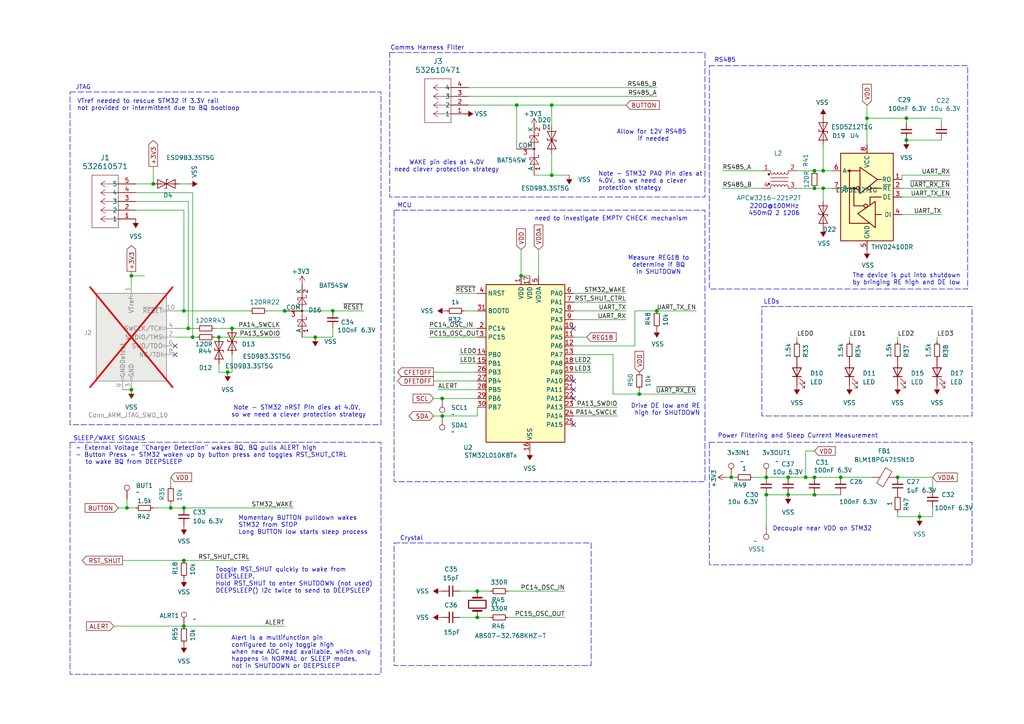
<source format=kicad_sch>
(kicad_sch (version 20231120) (generator "eeschema") (generator_version "8.0")
  (paper "A4")
  (title_block (title "Faraday Rescue BMS") (date "2025-01-18") (rev "2.0"))
  (junction (at 82.55 90.17))
  (junction (at 149.86 30.48))
  (junction (at 266.7 149.86))
  (junction (at 53.34 162.56))
  (junction (at 233.68 138.43))
  (junction (at 53.34 90.17))
  (junction (at 228.6 138.43))
  (junction (at 63.5 97.79))
  (junction (at 160.02 50.8))
  (junction (at 236.22 143.51))
  (junction (at 67.31 95.25))
  (junction (at 236.22 49.53))
  (junction (at 236.22 138.43))
  (junction (at 55.88 97.79))
  (junction (at 228.6 143.51))
  (junction (at 251.46 34.29))
  (junction (at 128.27 115.57))
  (junction (at 238.76 54.61))
  (junction (at 53.34 181.61))
  (junction (at 185.42 114.3))
  (junction (at 38.1 113.03))
  (junction (at 38.1 80.01))
  (junction (at 138.43 171.45))
  (junction (at 36.83 147.32))
  (junction (at 160.02 30.48))
  (junction (at 53.34 147.32))
  (junction (at 54.61 95.25))
  (junction (at 222.25 143.51))
  (junction (at 212.09 138.43))
  (junction (at 91.44 97.79))
  (junction (at 222.25 138.43))
  (junction (at 96.52 90.17))
  (junction (at 262.89 40.64))
  (junction (at 44.45 53.34))
  (junction (at 236.22 54.61))
  (junction (at 260.35 138.43))
  (junction (at 243.84 138.43))
  (junction (at 128.27 120.65))
  (junction (at 190.5 90.17))
  (junction (at 49.53 147.32))
  (junction (at 138.43 179.07))
  (junction (at 66.04 107.95))
  (junction (at 262.89 34.29))
  (junction (at 151.13 80.01))
  (junction (at 238.76 49.53))
  (no_connect (at 50.8 100.33))
  (no_connect (at 166.37 115.57))
  (no_connect (at 166.37 123.19))
  (no_connect (at 166.37 95.25))
  (no_connect (at 166.37 110.49))
  (no_connect (at 50.8 102.87))
  (no_connect (at 166.37 113.03))
  (wire (pts (xy 275.59 50.8) (xy 261.62 50.8)))
  (wire (pts (xy 49.53 140.97) (xy 49.53 138.43)))
  (wire (pts (xy 236.22 130.81) (xy 233.68 130.81)))
  (wire (pts (xy 67.31 95.25) (xy 81.28 95.25)))
  (wire (pts (xy 222.25 138.43) (xy 218.44 138.43)))
  (wire (pts (xy 49.53 147.32) (xy 53.34 147.32)))
  (wire (pts (xy 260.35 149.86) (xy 266.7 149.86)))
  (wire (pts (xy 238.76 54.61) (xy 238.76 58.42)))
  (wire (pts (xy 96.52 92.71) (xy 96.52 90.17)))
  (wire (pts (xy 238.76 49.53) (xy 241.3 49.53)))
  (wire (pts (xy 124.46 97.79) (xy 138.43 97.79)))
  (wire (pts (xy 35.56 113.03) (xy 38.1 113.03)))
  (wire (pts (xy 53.34 90.17) (xy 72.39 90.17)))
  (wire (pts (xy 251.46 34.29) (xy 262.89 34.29)))
  (wire (pts (xy 181.61 87.63) (xy 166.37 87.63)))
  (wire (pts (xy 62.23 95.25) (xy 67.31 95.25)))
  (wire (pts (xy 270.51 142.24) (xy 270.51 138.43)))
  (wire (pts (xy 149.86 30.48) (xy 160.02 30.48)))
  (wire (pts (xy 128.27 115.57) (xy 138.43 115.57)))
  (wire (pts (xy 151.13 80.01) (xy 153.67 80.01)))
  (wire (pts (xy 231.14 97.79) (xy 231.14 99.06)))
  (wire (pts (xy 135.89 25.4) (xy 190.5 25.4)))
  (wire (pts (xy 222.25 152.4) (xy 222.25 143.51)))
  (wire (pts (xy 134.62 33.02) (xy 135.89 33.02)))
  (wire (pts (xy 275.59 57.15) (xy 261.62 57.15)))
  (wire (pts (xy 228.6 143.51) (xy 236.22 143.51)))
  (wire (pts (xy 212.09 138.43) (xy 213.36 138.43)))
  (wire (pts (xy 57.15 95.25) (xy 54.61 95.25)))
  (wire (pts (xy 238.76 54.61) (xy 241.3 54.61)))
  (wire (pts (xy 44.45 53.34) (xy 39.37 53.34)))
  (wire (pts (xy 44.45 147.32) (xy 49.53 147.32)))
  (wire (pts (xy 271.78 97.79) (xy 271.78 99.06)))
  (wire (pts (xy 166.37 97.79) (xy 170.18 97.79)))
  (wire (pts (xy 177.8 114.3) (xy 185.42 114.3)))
  (wire (pts (xy 171.45 105.41) (xy 166.37 105.41)))
  (wire (pts (xy 270.51 149.86) (xy 270.51 147.32)))
  (wire (pts (xy 54.61 53.34) (xy 52.07 53.34)))
  (wire (pts (xy 236.22 143.51) (xy 243.84 143.51)))
  (wire (pts (xy 154.94 36.83) (xy 154.94 35.56)))
  (wire (pts (xy 44.45 48.26) (xy 44.45 53.34)))
  (wire (pts (xy 181.61 92.71) (xy 166.37 92.71)))
  (wire (pts (xy 209.55 49.53) (xy 220.98 49.53)))
  (wire (pts (xy 228.6 138.43) (xy 233.68 138.43)))
  (wire (pts (xy 184.15 90.17) (xy 184.15 100.33)))
  (wire (pts (xy 67.31 107.95) (xy 67.31 102.87)))
  (wire (pts (xy 236.22 49.53) (xy 238.76 49.53)))
  (wire (pts (xy 166.37 100.33) (xy 184.15 100.33)))
  (wire (pts (xy 181.61 90.17) (xy 166.37 90.17)))
  (wire (pts (xy 222.25 138.43) (xy 228.6 138.43)))
  (wire (pts (xy 124.46 95.25) (xy 138.43 95.25)))
  (wire (pts (xy 185.42 113.03) (xy 185.42 114.3)))
  (wire (pts (xy 151.13 72.39) (xy 151.13 80.01)))
  (wire (pts (xy 91.44 97.79) (xy 96.52 97.79)))
  (wire (pts (xy 222.25 143.51) (xy 228.6 143.51)))
  (wire (pts (xy 166.37 118.11) (xy 179.07 118.11)))
  (wire (pts (xy 184.15 90.17) (xy 190.5 90.17)))
  (wire (pts (xy 210.82 138.43) (xy 212.09 138.43)))
  (wire (pts (xy 156.21 72.39) (xy 156.21 80.01)))
  (wire (pts (xy 243.84 138.43) (xy 252.73 138.43)))
  (wire (pts (xy 135.89 30.48) (xy 149.86 30.48)))
  (wire (pts (xy 63.5 97.79) (xy 81.28 97.79)))
  (wire (pts (xy 236.22 138.43) (xy 233.68 138.43)))
  (wire (pts (xy 177.8 102.87) (xy 177.8 114.3)))
  (wire (pts (xy 147.32 171.45) (xy 163.83 171.45)))
  (wire (pts (xy 273.05 62.23) (xy 261.62 62.23)))
  (wire (pts (xy 134.62 90.17) (xy 138.43 90.17)))
  (wire (pts (xy 166.37 107.95) (xy 171.45 107.95)))
  (wire (pts (xy 160.02 30.48) (xy 160.02 36.83)))
  (wire (pts (xy 273.05 35.56) (xy 273.05 34.29)))
  (wire (pts (xy 127 113.03) (xy 138.43 113.03)))
  (wire (pts (xy 160.02 30.48) (xy 181.61 30.48)))
  (wire (pts (xy 236.22 54.61) (xy 238.76 54.61)))
  (wire (pts (xy 132.08 85.09) (xy 138.43 85.09)))
  (wire (pts (xy 160.02 50.8) (xy 165.1 50.8)))
  (wire (pts (xy 154.94 50.8) (xy 160.02 50.8)))
  (wire (pts (xy 260.35 149.86) (xy 260.35 148.59)))
  (wire (pts (xy 50.8 97.79) (xy 55.88 97.79)))
  (wire (pts (xy 231.14 49.53) (xy 236.22 49.53)))
  (wire (pts (xy 266.7 149.86) (xy 266.7 148.59)))
  (wire (pts (xy 133.35 105.41) (xy 138.43 105.41)))
  (wire (pts (xy 166.37 120.65) (xy 179.07 120.65)))
  (wire (pts (xy 35.56 162.56) (xy 53.34 162.56)))
  (wire (pts (xy 246.38 97.79) (xy 246.38 99.06)))
  (wire (pts (xy 138.43 179.07) (xy 142.24 179.07)))
  (wire (pts (xy 273.05 34.29) (xy 262.89 34.29)))
  (wire (pts (xy 38.1 113.03) (xy 38.1 115.57)))
  (wire (pts (xy 63.5 105.41) (xy 63.5 107.95)))
  (wire (pts (xy 34.29 147.32) (xy 36.83 147.32)))
  (wire (pts (xy 190.5 90.17) (xy 201.93 90.17)))
  (wire (pts (xy 53.34 147.32) (xy 85.09 147.32)))
  (wire (pts (xy 41.91 80.01) (xy 38.1 80.01)))
  (wire (pts (xy 39.37 55.88) (xy 55.88 55.88)))
  (wire (pts (xy 260.35 97.79) (xy 260.35 99.06)))
  (wire (pts (xy 38.1 78.74) (xy 38.1 80.01)))
  (wire (pts (xy 54.61 58.42) (xy 54.61 95.25)))
  (wire (pts (xy 63.5 107.95) (xy 66.04 107.95)))
  (wire (pts (xy 53.34 162.56) (xy 72.39 162.56)))
  (wire (pts (xy 55.88 97.79) (xy 57.15 97.79)))
  (wire (pts (xy 166.37 102.87) (xy 177.8 102.87)))
  (wire (pts (xy 87.63 97.79) (xy 91.44 97.79)))
  (wire (pts (xy 251.46 34.29) (xy 251.46 41.91)))
  (wire (pts (xy 96.52 90.17) (xy 105.41 90.17)))
  (wire (pts (xy 125.73 107.95) (xy 138.43 107.95)))
  (wire (pts (xy 166.37 85.09) (xy 181.61 85.09)))
  (wire (pts (xy 77.47 90.17) (xy 82.55 90.17)))
  (wire (pts (xy 39.37 60.96) (xy 53.34 60.96)))
  (wire (pts (xy 138.43 171.45) (xy 142.24 171.45)))
  (wire (pts (xy 185.42 114.3) (xy 201.93 114.3)))
  (wire (pts (xy 128.27 120.65) (xy 138.43 120.65)))
  (wire (pts (xy 133.35 171.45) (xy 138.43 171.45)))
  (wire (pts (xy 96.52 97.79) (xy 96.52 95.25)))
  (wire (pts (xy 39.37 58.42) (xy 54.61 58.42)))
  (wire (pts (xy 36.83 144.78) (xy 36.83 147.32)))
  (wire (pts (xy 50.8 95.25) (xy 54.61 95.25)))
  (wire (pts (xy 38.1 80.01) (xy 38.1 82.55)))
  (wire (pts (xy 125.73 110.49) (xy 138.43 110.49)))
  (wire (pts (xy 49.53 146.05) (xy 49.53 147.32)))
  (wire (pts (xy 133.35 179.07) (xy 138.43 179.07)))
  (wire (pts (xy 266.7 149.86) (xy 270.51 149.86)))
  (wire (pts (xy 125.73 115.57) (xy 128.27 115.57)))
  (wire (pts (xy 233.68 130.81) (xy 233.68 138.43)))
  (wire (pts (xy 133.35 102.87) (xy 138.43 102.87)))
  (wire (pts (xy 209.55 54.61) (xy 220.98 54.61)))
  (wire (pts (xy 66.04 107.95) (xy 67.31 107.95)))
  (wire (pts (xy 160.02 44.45) (xy 160.02 50.8)))
  (wire (pts (xy 82.55 181.61) (xy 53.34 181.61)))
  (wire (pts (xy 261.62 50.8) (xy 261.62 52.07)))
  (wire (pts (xy 138.43 120.65) (xy 138.43 118.11)))
  (wire (pts (xy 135.89 27.94) (xy 190.5 27.94)))
  (wire (pts (xy 238.76 41.91) (xy 238.76 49.53)))
  (wire (pts (xy 149.86 30.48) (xy 149.86 43.18)))
  (wire (pts (xy 231.14 54.61) (xy 236.22 54.61)))
  (wire (pts (xy 125.73 120.65) (xy 128.27 120.65)))
  (wire (pts (xy 62.23 97.79) (xy 63.5 97.79)))
  (wire (pts (xy 262.89 40.64) (xy 273.05 40.64)))
  (wire (pts (xy 261.62 54.61) (xy 275.59 54.61)))
  (wire (pts (xy 270.51 138.43) (xy 260.35 138.43)))
  (wire (pts (xy 53.34 60.96) (xy 53.34 90.17)))
  (wire (pts (xy 236.22 138.43) (xy 243.84 138.43)))
  (wire (pts (xy 251.46 30.48) (xy 251.46 34.29)))
  (wire (pts (xy 36.83 147.32) (xy 39.37 147.32)))
  (wire (pts (xy 50.8 90.17) (xy 53.34 90.17)))
  (wire (pts (xy 262.89 34.29) (xy 262.89 35.56)))
  (wire (pts (xy 55.88 55.88) (xy 55.88 97.79)))
  (wire (pts (xy 82.55 90.17) (xy 96.52 90.17)))
  (wire (pts (xy 147.32 179.07) (xy 163.83 179.07)))
  (wire (pts (xy 53.34 181.61) (xy 33.02 181.61)))
  (rectangle (start 205.74 128.27) (end 281.94 163.83) (stroke (width 0) (type dash)))
  (rectangle (start 114.3 60.96) (end 204.47 139.7) (stroke (width 0) (type dash)))
  (rectangle (start 205.74 19.05) (end 280.67 83.82) (stroke (width 0) (type dash)))
  (rectangle (start 113.03 15.24) (end 204.47 57.15) (stroke (width 0) (type dash)))
  (rectangle (start 114.3 157.48) (end 171.45 193.04) (stroke (width 0) (type dash)))
  (rectangle (start 20.32 26.67) (end 110.49 123.19) (stroke (width 0) (type dash)))
  (rectangle (start 220.98 88.9) (end 281.94 120.65) (stroke (width 0) (type dash)))
  (rectangle (start 20.32 128.27) (end 110.49 195.58) (stroke (width 0) (type dash)))
  (text "220Ω@100MHz \n450mΩ 2 1206 " (at 225.044 60.96 0) (effects (font (size 1.27 1.27))))
  (text "Decouple near VDD on STM32" (at 238.506 153.416 0) (effects (font (size 1.27 1.27))))
  (text "Alert is a multifunction pin\nconfigured to only toggle high\nwhen new ADC read available, which only\nhappens in NORMAL or SLEEP modes,\nnot in SHUTDOWN or DEEPSLEEP" (at 67.056 189.23 0) (effects (font (size 1.27 1.27)) (justify left)))
  (text "MCU\n" (at 117.348 59.69 0) (effects (font (size 1.27 1.27))))
  (text "Note - STM32 PA0 Pin dies at\n4.0V, so we need a clever \nprotection strategy" (at 173.482 52.578 0) (effects (font (size 1.27 1.27)) (justify left)))
  (text "RS485\n" (at 210.312 17.526 0) (effects (font (size 1.27 1.27))))
  (text "WAKE pin dies at 4.0V\nneed clever protection strategy" (at 129.54 48.26 0) (effects (font (size 1.27 1.27))))
  (text "JTAG\n" (at 24.13 25.4 0) (effects (font (size 1.27 1.27))))
  (text "Drive DE low and RE \nhigh for SHUTDOWN\n" (at 193.548 118.872 0) (effects (font (size 1.27 1.27))))
  (text "- External Voltage \"Charger Detection\" wakes BQ, BQ pulls ALERT high\n- Button Press - STM32 woken up by button press and toggles RST_SHUT_CTRL\n   to wake BQ from DEEPSLEEP" (at 21.844 132.08 0) (effects (font (size 1.27 1.27)) (justify left)))
  (text "VTref needed to rescue STM32 if 3.3V rail \nnot provided or intermittent due to BQ bootloop\n" (at 22.352 30.48 0) (effects (font (size 1.27 1.27)) (justify left)))
  (text "Allow for 12V RS485 \nif needed" (at 189.484 39.37 0) (effects (font (size 1.27 1.27))))
  (text "Momentary BUTTON pulldown wakes \nSTM32 from STOP\nLong BUTTON low starts sleep process\n\n" (at 69.088 153.416 0) (effects (font (size 1.27 1.27)) (justify left)))
  (text "SLEEP/WAKE SIGNALS" (at 31.75 127.254 0) (effects (font (size 1.27 1.27))))
  (text "need to investigate EMPTY CHECK mechanism\n" (at 177.292 63.5 0) (effects (font (size 1.27 1.27))))
  (text "Power Filtering and Sleep Current Measurement\n" (at 231.394 126.492 0) (effects (font (size 1.27 1.27))))
  (text "Comms Harness Filter\n" (at 123.952 13.97 0) (effects (font (size 1.27 1.27))))
  (text "Measure REG18 to\ndetermine if BQ\nin SHUTDOWN" (at 191.008 76.962 0) (effects (font (size 1.27 1.27))))
  (text "The device is put into shutdown\nby bringing RE high and DE low" (at 262.89 81.026 0) (effects (font (size 1.27 1.27))))
  (text "Toogle RST_SHUT quickly to wake from\nDEEPSLEEP.\nHold RST_SHUT to enter SHUTDOWN (not used)\nDEEPSLEEP() I2c twice to send to DEEPSLEEP\n" (at 62.484 168.402 0) (effects (font (size 1.27 1.27)) (justify left)))
  (text "Crystal\n" (at 119.38 156.21 0) (effects (font (size 1.27 1.27))))
  (text "Note - STM32 nRST Pin dies at 4.0V, \nso we need a clever protection strategy" (at 86.614 119.38 0) (effects (font (size 1.27 1.27))))
  (text "LEDs\n" (at 223.774 87.63 0) (effects (font (size 1.27 1.27))))
  (label "~{UART_RX_EN}" (at 275.59 54.61 180))
  (label "LED3" (at 271.78 97.79 0))
  (label "LED2" (at 171.45 105.41 180))
  (label "RST_SHUT_CTRL" (at 181.61 87.63 180))
  (label "PA14_SWCLK" (at 81.28 95.25 180))
  (label "~{UART_RX_EN}" (at 201.93 114.3 180))
  (label "PC15_OSC_OUT" (at 124.46 97.79 0))
  (label "~{RESET}" (at 132.08 85.09 0))
  (label "LED0" (at 231.14 97.79 0))
  (label "UART_TX" (at 181.61 90.17 180))
  (label "STM32_WAKE" (at 85.09 147.32 180))
  (label "ALERT" (at 127 113.03 0))
  (label "RST_SHUT_CTRL" (at 72.39 162.56 180))
  (label "PA13_SWDIO" (at 81.28 97.79 180))
  (label "LED1" (at 246.38 97.79 0))
  (label "~{RESET}" (at 105.41 90.17 180))
  (label "STM32_WAKE" (at 181.61 85.09 180))
  (label "RS485_B" (at 209.55 54.61 0))
  (label "LED0" (at 133.35 102.87 0))
  (label "PA14_SWCLK" (at 179.07 120.65 180))
  (label "RS485_B" (at 190.5 25.4 180))
  (label "RS485_A" (at 209.55 49.53 0))
  (label "UART_TX" (at 273.05 62.23 180))
  (label "UART_TX_EN" (at 201.93 90.17 180))
  (label "LED3" (at 171.45 107.95 180))
  (label "PC14_OSC_IN" (at 124.46 95.25 0))
  (label "UART_RX" (at 275.59 50.8 180))
  (label "ALERT" (at 82.55 181.61 180))
  (label "RS485_A" (at 190.5 27.94 180))
  (label "UART_RX" (at 181.61 92.71 180))
  (label "PC14_OSC_IN" (at 163.83 171.45 180))
  (label "LED2" (at 260.35 97.79 0))
  (label "UART_TX_EN" (at 275.59 57.15 180))
  (label "PC15_OSC_OUT" (at 163.83 179.07 180))
  (label "LED1" (at 133.35 105.41 0))
  (label "PA13_SWDIO" (at 179.07 118.11 180))
  (global_label "SDA" (shape bidirectional) (at 125.73 120.65 180) (property "Intersheetrefs" "${INTERSHEET_REFS}" (effects (hide yes))))
  (global_label "RST_SHUT" (shape output) (at 35.56 162.56 180) (property "Intersheetrefs" "${INTERSHEET_REFS}" (effects (hide yes))))
  (global_label "VDD" (shape input) (at 236.22 130.81 0) (property "Intersheetrefs" "${INTERSHEET_REFS}" (effects (hide yes))))
  (global_label "ALERT" (shape input) (at 33.02 181.61 180) (property "Intersheetrefs" "${INTERSHEET_REFS}" (effects (hide yes))))
  (global_label "VDDA" (shape input) (at 156.21 72.39 90) (property "Intersheetrefs" "${INTERSHEET_REFS}" (effects (hide yes))))
  (global_label "VDD" (shape input) (at 151.13 72.39 90) (property "Intersheetrefs" "${INTERSHEET_REFS}" (effects (hide yes))))
  (global_label "VDDA" (shape input) (at 270.51 138.43 0) (property "Intersheetrefs" "${INTERSHEET_REFS}" (effects (hide yes))))
  (global_label "VDD" (shape input) (at 49.53 138.43 0) (property "Intersheetrefs" "${INTERSHEET_REFS}" (effects (hide yes))))
  (global_label "VDD" (shape input) (at 185.42 107.95 90) (property "Intersheetrefs" "${INTERSHEET_REFS}" (effects (hide yes))))
  (global_label "SCL" (shape input) (at 125.73 115.57 180) (property "Intersheetrefs" "${INTERSHEET_REFS}" (effects (hide yes))))
  (global_label "BUTTON" (shape input) (at 34.29 147.32 180) (property "Intersheetrefs" "${INTERSHEET_REFS}" (effects (hide yes))))
  (global_label "VDD" (shape input) (at 251.46 30.48 90) (property "Intersheetrefs" "${INTERSHEET_REFS}" (effects (hide yes))))
  (global_label "CFETOFF" (shape output) (at 125.73 107.95 180) (property "Intersheetrefs" "${INTERSHEET_REFS}" (effects (hide yes))))
  (global_label "BUTTON" (shape input) (at 181.61 30.48 0) (property "Intersheetrefs" "${INTERSHEET_REFS}" (effects (hide yes))))
  (global_label "REG18" (shape input) (at 170.18 97.79 0) (property "Intersheetrefs" "${INTERSHEET_REFS}" (effects (hide yes))))
  (global_label "+3V3" (shape output) (at 44.45 48.26 90) (property "Intersheetrefs" "${INTERSHEET_REFS}" (effects (hide yes))))
  (global_label "+3V3" (shape output) (at 38.1 78.74 90) (property "Intersheetrefs" "${INTERSHEET_REFS}" (effects (hide yes))))
  (global_label "DFETOFF" (shape output) (at 125.73 110.49 180) (property "Intersheetrefs" "${INTERSHEET_REFS}" (effects (hide yes))))
  (symbol (lib_id "custom:R_Small") (at 59.69 97.79 90) (unit 1)
    (property "Reference" "R44" (at 59.436 101.854 90))
    (property "Value" "120R" (at 59.182 99.822 90))
    (property "Footprint" "Resistor_SMD:R_0402_1005Metric" (effects (hide yes)))
    (property "Description" "Resistor, small symbol" (effects (hide yes)))
    (property "Part Number" "RC0402JR-07120RL" (effects (hide yes)))
  )
  (symbol (lib_id "custom:C_Small") (at 243.84 140.97 180) (unit 1)
    (property "Reference" "C26" (at 246.38 139.6935 0) (effects (justify right)))
    (property "Value" "100nF 6.3V" (at 243.332 145.542 0) (effects (justify right)))
    (property "Footprint" "Capacitor_SMD:C_0402_1005Metric" (effects (hide yes)))
    (property "Description" "Unpolarized capacitor, small symbol" (effects (hide yes)))
    (property "Part Number" "CC0402KRX7R7BB104" (effects (hide yes)))
  )
  (symbol (lib_id "custom:R_Small") (at 144.78 171.45 90) (unit 1)
    (property "Reference" "R45" (at 144.526 173.99 90))
    (property "Value" "330R" (at 144.78 168.91 90))
    (property "Footprint" "Resistor_SMD:R_0402_1005Metric" (effects (hide yes)))
    (property "Description" "Resistor, small symbol" (effects (hide yes)))
    (property "Part Number" "RC1005J000CS" (effects (hide yes)))
  )
  (symbol (lib_id "Device:Crystal") (at 138.43 175.26 90) (unit 1)
    (property "Reference" "Y1" (at 142.24 175.26 90) (effects (justify right)))
    (property "Value" "ABS07-32.768KHZ-T" (at 137.668 184.404 90) (effects (justify right)))
    (property "Footprint" "Resistor_SMD:R_1206_3216Metric" (effects (hide yes)))
    (property "Description" "Two pin crystal" (effects (hide yes)))
    (property "Part Number" "ABS07-32.768KHZ-T" (effects (hide yes)))
  )
  (symbol (lib_id "power:VSS") (at 228.6 143.51 180) (unit 1)
    (property "Reference" "#PWR027" (effects (hide yes)))
    (property "Value" "VSS" (at 228.6 148.59 0))
    (property "Description" "Power symbol creates a global label with name \"VSS\"" (effects (hide yes)))
  )
  (symbol (lib_id "Diode:ESD9B3.3ST5G") (at 67.31 99.06 90) (unit 1)
    (property "Reference" "D13" (at 70.104 99.822 90) (effects (justify right)))
    (property "Value" "ESD9B3.3ST5G" (at 70.358 103.378 90) (effects (justify right)))
    (property "Footprint" "Diode_SMD:D_SOD-923" (effects (hide yes)))
    (property "Datasheet" "https://www.onsemi.com/pub/Collateral/ESD9B-D.PDF" (effects (hide yes)))
    (property "Description" "ESD protection diode, 3.3Vrwm, SOD-923" (effects (hide yes)))
    (property "Part Number" "ESD9B3.3ST5G" (effects (hide yes)))
  )
  (symbol (lib_id "custom:R_Small") (at 271.78 101.6 180) (unit 1)
    (property "Reference" "R38" (at 274.32 101.854 90))
    (property "Value" "1.5k" (at 269.24 101.6 90))
    (property "Footprint" "Resistor_SMD:R_0402_1005Metric" (effects (hide yes)))
    (property "Description" "Resistor, small symbol" (effects (hide yes)))
    (property "Part Number" "RC0402FR-07330RL" (effects (hide yes)))
  )
  (symbol (lib_id "Connector:TestPoint") (at 36.83 144.78 0) (unit 1)
    (property "Reference" "BUT1" (at 39.37 140.8429 0) (effects (justify left)))
    (property "Value" "~" (at 39.37 142.748 0) (effects (justify left)))
    (property "Footprint" "TestPoint:TestPoint_Keystone_5019_Minature" (effects (hide yes)))
    (property "Description" "test point" (effects (hide yes)))
    (property "Part Number" "36-5019CT-ND" (effects (hide yes)))
  )
  (symbol (lib_id "custom:R_Small") (at 190.5 92.71 0) (unit 1)
    (property "Reference" "R48" (at 187.96 92.456 90))
    (property "Value" "10k" (at 193.04 92.71 90))
    (property "Footprint" "Resistor_SMD:R_0402_1005Metric" (effects (hide yes)))
    (property "Description" "Resistor, small symbol" (effects (hide yes)))
    (property "Part Number" "RC0402JR-0710KL" (effects (hide yes)))
  )
  (symbol (lib_id "Diode:ESD9B3.3ST5G") (at 48.26 53.34 0) (unit 1)
    (property "Reference" "D4" (at 50.038 56.642 0) (effects (justify right)))
    (property "Value" "ESD9B3.3ST5G" (at 62.23 45.72 0) (effects (justify right)))
    (property "Footprint" "Diode_SMD:D_SOD-923" (effects (hide yes)))
    (property "Datasheet" "https://www.onsemi.com/pub/Collateral/ESD9B-D.PDF" (effects (hide yes)))
    (property "Description" "ESD protection diode, 3.3Vrwm, SOD-923" (effects (hide yes)))
    (property "Part Number" "ESD9B3.3ST5G" (effects (hide yes)))
  )
  (symbol (lib_id "power:VSS") (at 260.35 111.76 180) (unit 1)
    (property "Reference" "#PWR030" (effects (hide yes)))
    (property "Value" "VSS" (at 260.35 116.84 0))
    (property "Description" "Power symbol creates a global label with name \"VSS\"" (effects (hide yes)))
  )
  (symbol (lib_id "power:VSS") (at 129.54 90.17 90) (unit 1)
    (property "Reference" "#PWR029" (effects (hide yes)))
    (property "Value" "VSS" (at 125.73 90.1699 90) (effects (justify left)))
    (property "Description" "Power symbol creates a global label with name \"VSS\"" (effects (hide yes)))
  )
  (symbol (lib_id "power:VSS") (at 66.04 107.95 180) (unit 1)
    (property "Reference" "#PWR022" (effects (hide yes)))
    (property "Value" "VSS" (at 66.04 113.03 0))
    (property "Description" "Power symbol creates a global label with name \"VSS\"" (effects (hide yes)))
  )
  (symbol (lib_id "power:VSS") (at 39.37 63.5 180) (unit 1)
    (property "Reference" "#PWR035" (effects (hide yes)))
    (property "Value" "VSS" (at 39.37 68.58 0))
    (property "Description" "Power symbol creates a global label with name \"VSS\"" (effects (hide yes)))
  )
  (symbol (lib_id "power:+3V3") (at 210.82 138.43 90) (unit 1)
    (property "Reference" "#PWR026" (effects (hide yes)))
    (property "Value" "+3V3" (at 207.01 141.478 0) (effects (justify left)))
    (property "Description" "Power symbol creates a global label with name \"+3V3\"" (effects (hide yes)))
  )
  (symbol (lib_id "MCU_ST_STM32L0:STM32L010K8Tx") (at 151.13 105.41 0) (unit 1)
    (property "Reference" "U2" (at 134.366 129.794 0) (effects (justify left)))
    (property "Value" "STM32L010K8Tx" (at 134.62 132.08 0) (effects (justify left)))
    (property "Footprint" "Package_QFP:LQFP-32_7x7mm_P0.8mm" (effects (hide yes)))
    (property "Datasheet" "https://www.st.com/resource/en/datasheet/stm32l010k8.pdf" (effects (hide yes)))
    (property "Description" "STMicroelectronics Arm Cortex-M0+ MCU, 64KB flash, 8KB RAM, 32 MHz, 1.8-3.6V, 25 GPIO, LQFP32" (effects (hide yes)))
    (property "Part Number" "STM32L010K8T6TR" (effects (hide yes)))
  )
  (symbol (lib_id "custom:R_Small") (at 215.9 138.43 90) (unit 1)
    (property "Reference" "R49" (at 214.63 140.716 90))
    (property "Value" "1" (at 215.9 135.89 90))
    (property "Footprint" "Resistor_SMD:R_0402_1005Metric" (effects (hide yes)))
    (property "Description" "Resistor, small symbol" (effects (hide yes)))
    (property "Part Number" "RC0402FR-071RL" (effects (hide yes)))
  )
  (symbol (lib_id "power:VSS") (at 128.27 171.45 90) (unit 1)
    (property "Reference" "#PWR036" (effects (hide yes)))
    (property "Value" "VSS" (at 124.46 171.4499 90) (effects (justify left)))
    (property "Description" "Power symbol creates a global label with name \"VSS\"" (effects (hide yes)))
  )
  (symbol (lib_id "custom:C_Small") (at 222.25 140.97 180) (unit 1)
    (property "Reference" "C30" (at 216.154 143.51 0) (effects (justify right)))
    (property "Value" "10u 6.3V" (at 211.074 145.542 0) (effects (justify right)))
    (property "Footprint" "Capacitor_SMD:C_0402_1005Metric" (effects (hide yes)))
    (property "Description" "Unpolarized capacitor, small symbol" (effects (hide yes)))
    (property "Part Number" "CL05A106MP5NUNC" (effects (hide yes)))
  )
  (symbol (lib_id "power:VSS") (at 38.1 113.03 180) (unit 1)
    (property "Reference" "#PWR015" (effects (hide yes)))
    (property "Value" "VSS" (at 38.1 118.11 0))
    (property "Description" "Power symbol creates a global label with name \"VSS\"" (effects (hide yes)))
  )
  (symbol (lib_id "power:VSS") (at 165.1 50.8 180) (unit 1)
    (property "Reference" "#PWR01" (effects (hide yes)))
    (property "Value" "VSS" (at 167.64 52.0699 0) (effects (justify right)))
    (property "Description" "Power symbol creates a global label with name \"VSS\"" (effects (hide yes)))
  )
  (symbol (lib_id "custom:LED") (at 231.14 107.95 90) (unit 1)
    (property "Reference" "D10" (at 234.95 108.2674 90) (effects (justify right)))
    (property "Value" "LED" (at 234.95 110.8074 90) (effects (justify right)))
    (property "Footprint" "LED_SMD:LED_0402_1005Metric" (effects (hide yes)))
    (property "Description" "Light emitting diode" (effects (hide yes)))
    (property "Part Number" "  VLMO1500-GS08" (effects (hide yes)))
  )
  (symbol (lib_id "Connector:TestPoint") (at 53.34 181.61 0) (unit 1)
    (property "Reference" "ALRT1" (at 46.228 178.562 0) (effects (justify left)))
    (property "Value" "~" (at 55.88 179.578 0) (effects (justify left)))
    (property "Footprint" "TestPoint:TestPoint_Keystone_5019_Minature" (effects (hide yes)))
    (property "Description" "test point" (effects (hide yes)))
    (property "Part Number" "36-5019CT-ND" (effects (hide yes)))
  )
  (symbol (lib_id "power:VSS") (at 54.61 53.34 270) (unit 1)
    (property "Reference" "#PWR039" (effects (hide yes)))
    (property "Value" "VSS" (at 56.388 49.784 0))
    (property "Description" "Power symbol creates a global label with name \"VSS\"" (effects (hide yes)))
  )
  (symbol (lib_id "power:VSS") (at 238.76 66.04 180) (unit 1)
    (property "Reference" "#PWR047" (effects (hide yes)))
    (property "Value" "VSS" (at 239.014 70.612 0))
    (property "Description" "Power symbol creates a global label with name \"VSS\"" (effects (hide yes)))
  )
  (symbol (lib_id "custom:R_Small") (at 132.08 90.17 90) (unit 1)
    (property "Reference" "R32" (at 131.826 92.71 90))
    (property "Value" "1k" (at 132.08 87.63 90))
    (property "Footprint" "Resistor_SMD:R_0402_1005Metric" (effects (hide yes)))
    (property "Description" "Resistor, small symbol" (effects (hide yes)))
    (property "Part Number" "RC0402JR-0710KL" (effects (hide yes)))
  )
  (symbol (lib_id "custom:C_Small") (at 236.22 140.97 180) (unit 1)
    (property "Reference" "C31" (at 236.474 134.112 0) (effects (justify right)))
    (property "Value" "100nF 6.3V" (at 235.966 136.398 0) (effects (justify right)))
    (property "Footprint" "Capacitor_SMD:C_0402_1005Metric" (effects (hide yes)))
    (property "Description" "Unpolarized capacitor, small symbol" (effects (hide yes)))
    (property "Part Number" "CC0402KRX7R7BB104" (effects (hide yes)))
  )
  (symbol (lib_id "custom:R_Small") (at 53.34 165.1 0) (unit 1)
    (property "Reference" "R18" (at 50.8 164.846 90))
    (property "Value" "10k" (at 55.88 165.1 90))
    (property "Footprint" "Resistor_SMD:R_0402_1005Metric" (effects (hide yes)))
    (property "Description" "Resistor, small symbol" (effects (hide yes)))
    (property "Part Number" "RC0402JR-0710KL" (effects (hide yes)))
  )
  (symbol (lib_id "power:+3V3") (at 87.63 82.55 0) (unit 1)
    (property "Reference" "#PWR021" (effects (hide yes)))
    (property "Value" "+3V3" (at 84.582 78.74 0) (effects (justify left)))
    (property "Description" "Power symbol creates a global label with name \"+3V3\"" (effects (hide yes)))
  )
  (symbol (lib_id "custom:R_Small") (at 231.14 101.6 180) (unit 1)
    (property "Reference" "R33" (at 233.68 101.854 90))
    (property "Value" "1.5k" (at 228.6 101.6 90))
    (property "Footprint" "Resistor_SMD:R_0402_1005Metric" (effects (hide yes)))
    (property "Description" "Resistor, small symbol" (effects (hide yes)))
    (property "Part Number" "RC0402FR-07330RL" (effects (hide yes)))
  )
  (symbol (lib_id "power:VSS") (at 251.46 72.39 180) (unit 1)
    (property "Reference" "#PWR023" (effects (hide yes)))
    (property "Value" "VSS" (at 251.714 76.962 0))
    (property "Description" "Power symbol creates a global label with name \"VSS\"" (effects (hide yes)))
  )
  (symbol (lib_id "ul_532610471:532610471") (at 135.89 33.02 180) (unit 1)
    (property "Reference" "J3" (at 127 17.78 0) (effects (font (size 1.524 1.524))))
    (property "Value" "532610471" (at 127 20.32 0) (effects (font (size 1.524 1.524))))
    (property "Footprint" "CONN_532610001-SD_04_MOL" (effects (hide yes)))
    (property "Datasheet" "532610471" (effects (hide yes)))
  )
  (symbol (lib_id "ul_532610571:532610571") (at 39.37 63.5 180) (unit 1)
    (property "Reference" "J1" (at 30.48 45.72 0) (effects (font (size 1.524 1.524))))
    (property "Value" "532610571" (at 30.48 48.26 0) (effects (font (size 1.524 1.524))))
    (property "Footprint" "CONN_532610001-SD_05_MOL" (effects (hide yes)))
    (property "Datasheet" "532610571" (effects (hide yes)))
  )
  (symbol (lib_id "custom:C_Small") (at 270.51 144.78 180) (unit 1)
    (property "Reference" "C32" (at 273.05 143.5035 0) (effects (justify right)))
    (property "Value" "100nF 6.3V" (at 271.018 147.32 0) (effects (justify right)))
    (property "Footprint" "Capacitor_SMD:C_0402_1005Metric" (effects (hide yes)))
    (property "Description" "Unpolarized capacitor, small symbol" (effects (hide yes)))
    (property "Part Number" "CC0402KRX7R7BB104" (effects (hide yes)))
  )
  (symbol (lib_id "power:VSS") (at 53.34 167.64 180) (unit 1)
    (property "Reference" "#PWR034" (effects (hide yes)))
    (property "Value" "VSS" (at 53.34 171.704 0))
    (property "Description" "Power symbol creates a global label with name \"VSS\"" (effects (hide yes)))
  )
  (symbol (lib_id "Diode:ESD9B3.3ST5G") (at 63.5 101.6 90) (unit 1)
    (property "Reference" "D12" (at 57.658 106.68 90) (effects (justify right)))
    (property "Value" "ESD9B3.3ST5G" (at 65.278 106.172 90) (effects (justify right)))
    (property "Footprint" "Diode_SMD:D_SOD-923" (effects (hide yes)))
    (property "Datasheet" "https://www.onsemi.com/pub/Collateral/ESD9B-D.PDF" (effects (hide yes)))
    (property "Description" "ESD protection diode, 3.3Vrwm, SOD-923" (effects (hide yes)))
    (property "Part Number" "ESD9B3.3ST5G" (effects (hide yes)))
  )
  (symbol (lib_id "custom:R_Small") (at 144.78 179.07 90) (unit 1)
    (property "Reference" "R46" (at 144.526 181.61 90))
    (property "Value" "330R" (at 144.78 176.53 90))
    (property "Footprint" "Resistor_SMD:R_0402_1005Metric" (effects (hide yes)))
    (property "Description" "Resistor, small symbol" (effects (hide yes)))
    (property "Part Number" "RC1005J000CS" (effects (hide yes)))
  )
  (symbol (lib_id "custom:FerriteBead") (at 256.54 138.43 90) (unit 1)
    (property "Reference" "FB1" (at 256.4892 130.81 90))
    (property "Value" "BLM18PG471SN1D" (at 256.4892 133.35 90))
    (property "Footprint" "Inductor_SMD:L_0603_1608Metric" (effects (hide yes)))
    (property "Description" "Ferrite bead" (effects (hide yes)))
    (property "Part Number" "BLM18PG471SN1D" (effects (hide yes)))
  )
  (symbol (lib_id "custom:C_Small") (at 228.6 140.97 180) (unit 1)
    (property "Reference" "C37" (at 226.568 134.62 0) (effects (justify right)))
    (property "Value" "10u 6.3V" (at 224.028 136.906 0) (effects (justify right)))
    (property "Footprint" "Capacitor_SMD:C_0402_1005Metric" (effects (hide yes)))
    (property "Description" "Unpolarized capacitor, small symbol" (effects (hide yes)))
    (property "Part Number" "CL05A106MP5NUNC" (effects (hide yes)))
  )
  (symbol (lib_id "custom:LED") (at 271.78 107.95 90) (unit 1)
    (property "Reference" "D17" (at 275.59 108.2674 90) (effects (justify right)))
    (property "Value" "LED" (at 275.59 110.8074 90) (effects (justify right)))
    (property "Footprint" "LED_SMD:LED_0402_1005Metric" (effects (hide yes)))
    (property "Description" "Light emitting diode" (effects (hide yes)))
    (property "Part Number" "  VLMO1500-GS08" (effects (hide yes)))
  )
  (symbol (lib_id "custom:C_Small") (at 130.81 179.07 270) (unit 1)
    (property "Reference" "C36" (at 130.81 175.514 90))
    (property "Value" "15pF" (at 131.064 183.388 90))
    (property "Footprint" "Capacitor_SMD:C_0402_1005Metric" (effects (hide yes)))
    (property "Description" "Unpolarized capacitor, small symbol" (effects (hide yes)))
    (property "Part Number" "GJM1555C1H150GB01D" (effects (hide yes)))
  )
  (symbol (lib_id "Diode:BAT54SW") (at 154.94 43.18 270) (mirror x) (unit 1)
    (property "Reference" "D1" (at 157.226 36.83 90) (effects (justify left)))
    (property "Value" "BAT54SW" (at 144.018 46.482 90) (effects (justify left)))
    (property "Footprint" "Package_TO_SOT_SMD:SOT-323_SC-70" (effects (hide yes)))
    (property "Datasheet" "https://assets.nexperia.com/documents/data-sheet/BAT54W_SER.pdf" (effects (hide yes)))
    (property "Description" "Vr 30V, If 200mA, Dual schottky barrier diode, in series, SOT-323" (effects (hide yes)))
    (property "Part Number" "BAT54SW" (effects (hide yes)))
  )
  (symbol (lib_id "power:VSS") (at 246.38 111.76 180) (unit 1)
    (property "Reference" "#PWR033" (effects (hide yes)))
    (property "Value" "VSS" (at 246.38 116.84 0))
    (property "Description" "Power symbol creates a global label with name \"VSS\"" (effects (hide yes)))
  )
  (symbol (lib_id "power:VSS") (at 266.7 149.86 180) (unit 1)
    (property "Reference" "#PWR028" (effects (hide yes)))
    (property "Value" "VSS" (at 266.7 154.94 0))
    (property "Description" "Power symbol creates a global label with name \"VSS\"" (effects (hide yes)))
  )
  (symbol (lib_id "Diode:ESD9B5.0ST5G") (at 238.76 62.23 270) (unit 1)
    (property "Reference" "D22" (at 242.57 66.548 90) (effects (justify right)))
    (property "Value" "ESD5Z12T1G" (at 254.508 55.118 90) (effects (justify right)))
    (property "Footprint" "Diode_SMD:D_SOD-523" (effects (hide yes)))
    (property "Datasheet" "https://www.onsemi.com/pub/Collateral/ESD9B-D.PDF" (effects (hide yes)))
    (property "Description" "ESD protection diode, 13.5Vrwm, SOD-923" (effects (hide yes)))
    (property "Part Number" "ESD5Z12T1G" (effects (hide yes)))
  )
  (symbol (lib_id "custom:R_Small") (at 246.38 101.6 180) (unit 1)
    (property "Reference" "R34" (at 248.92 101.854 90))
    (property "Value" "1.5k" (at 243.84 101.6 90))
    (property "Footprint" "Resistor_SMD:R_0402_1005Metric" (effects (hide yes)))
    (property "Description" "Resistor, small symbol" (effects (hide yes)))
    (property "Part Number" "RC0402FR-07330RL" (effects (hide yes)))
  )
  (symbol (lib_id "power:VSS") (at 231.14 111.76 180) (unit 1)
    (property "Reference" "#PWR031" (effects (hide yes)))
    (property "Value" "VSS" (at 231.14 116.84 0))
    (property "Description" "Power symbol creates a global label with name \"VSS\"" (effects (hide yes)))
  )
  (symbol (lib_id "custom:R_Small") (at 41.91 147.32 90) (unit 1)
    (property "Reference" "R42" (at 41.656 149.86 90))
    (property "Value" "1.5k" (at 41.91 145.288 90))
    (property "Footprint" "Resistor_SMD:R_0402_1005Metric" (effects (hide yes)))
    (property "Description" "Resistor, small symbol" (effects (hide yes)))
    (property "Part Number" "RC0402JR-07120RL" (effects (hide yes)))
  )
  (symbol (lib_id "Connector:TestPoint") (at 222.25 152.4 180) (unit 1)
    (property "Reference" "VSS1" (at 221.996 159.258 0) (effects (justify left)))
    (property "Value" "~" (at 219.71 156.972 0) (effects (justify left)))
    (property "Footprint" "TestPoint:TestPoint_Keystone_5019_Minature" (effects (hide yes)))
    (property "Description" "test point" (effects (hide yes)))
    (property "Part Number" "36-5019CT-ND" (effects (hide yes)))
  )
  (symbol (lib_id "power:VSS") (at 238.76 34.29 0) (unit 1)
    (property "Reference" "#PWR040" (effects (hide yes)))
    (property "Value" "VSS" (at 238.506 29.718 0))
    (property "Description" "Power symbol creates a global label with name \"VSS\"" (effects (hide yes)))
  )
  (symbol (lib_id "power:VSS") (at 134.62 33.02 270) (unit 1)
    (property "Reference" "#PWR06" (effects (hide yes)))
    (property "Value" "VSS" (at 137.668 33.02 90) (effects (justify left)))
    (property "Description" "Power symbol creates a global label with name \"VSS\"" (effects (hide yes)))
  )
  (symbol (lib_id "custom:C_Small") (at 53.34 149.86 180) (unit 1)
    (property "Reference" "C33" (at 55.88 148.5835 0) (effects (justify right)))
    (property "Value" "10u 6.3V" (at 55.88 151.1235 0) (effects (justify right)))
    (property "Footprint" "Capacitor_SMD:C_0402_1005Metric" (effects (hide yes)))
    (property "Description" "Unpolarized capacitor, small symbol" (effects (hide yes)))
    (property "Part Number" "CC0402KRX7R7BB104" (effects (hide yes)))
  )
  (symbol (lib_id "power:VSS") (at 190.5 95.25 180) (unit 1)
    (property "Reference" "#PWR038" (effects (hide yes)))
    (property "Value" "VSS" (at 190.754 99.822 0))
    (property "Description" "Power symbol creates a global label with name \"VSS\"" (effects (hide yes)))
  )
  (symbol (lib_id "power:VSS") (at 53.34 186.69 180) (unit 1)
    (property "Reference" "#PWR012" (effects (hide yes)))
    (property "Value" "VSS" (at 53.34 191.77 0))
    (property "Description" "Power symbol creates a global label with name \"VSS\"" (effects (hide yes)))
  )
  (symbol (lib_id "custom:C_Small") (at 262.89 38.1 180) (unit 1)
    (property "Reference" "C29" (at 260.35 28.956 0) (effects (justify right)))
    (property "Value" "100nF 6.3V" (at 257.556 31.496 0) (effects (justify right)))
    (property "Footprint" "Capacitor_SMD:C_0402_1005Metric" (effects (hide yes)))
    (property "Description" "Unpolarized capacitor, small symbol" (effects (hide yes)))
    (property "Part Number" "CC0402KRX7R7BB104" (effects (hide yes)))
  )
  (symbol (lib_id "custom:R_Small") (at 53.34 184.15 0) (unit 1)
    (property "Reference" "R55" (at 50.8 183.896 90))
    (property "Value" "10k" (at 55.88 184.15 90))
    (property "Footprint" "Resistor_SMD:R_0402_1005Metric" (effects (hide yes)))
    (property "Description" "Resistor, small symbol" (effects (hide yes)))
    (property "Part Number" "RC0402JR-0710KL" (effects (hide yes)))
  )
  (symbol (lib_id "custom:R_Small") (at 185.42 110.49 0) (unit 1)
    (property "Reference" "R50" (at 182.88 110.236 90))
    (property "Value" "10k" (at 187.96 110.49 90))
    (property "Footprint" "Resistor_SMD:R_0402_1005Metric" (effects (hide yes)))
    (property "Description" "Resistor, small symbol" (effects (hide yes)))
    (property "Part Number" "RC0402JR-0710KL" (effects (hide yes)))
  )
  (symbol (lib_id "custom:C_Small") (at 273.05 38.1 180) (unit 1)
    (property "Reference" "C22" (at 271.526 29.21 0) (effects (justify right)))
    (property "Value" "10u 6.3V" (at 269.748 31.496 0) (effects (justify right)))
    (property "Footprint" "Capacitor_SMD:C_0402_1005Metric" (effects (hide yes)))
    (property "Description" "Unpolarized capacitor, small symbol" (effects (hide yes)))
    (property "Part Number" "CL05A106MP5NUNC" (effects (hide yes)))
  )
  (symbol (lib_id "custom:R_Small") (at 260.35 146.05 180) (unit 1)
    (property "Reference" "R47" (at 262.89 146.304 90))
    (property "Value" "1" (at 258.064 146.05 90))
    (property "Footprint" "Resistor_SMD:R_0402_1005Metric" (effects (hide yes)))
    (property "Description" "Resistor, small symbol" (effects (hide yes)))
    (property "Part Number" "RC0402JR-0710KL" (effects (hide yes)))
  )
  (symbol (lib_id "custom:R_Small") (at 59.69 95.25 90) (unit 1)
    (property "Reference" "R43" (at 63.5 92.964 90))
    (property "Value" "120R" (at 59.182 92.964 90))
    (property "Footprint" "Resistor_SMD:R_0402_1005Metric" (effects (hide yes)))
    (property "Description" "Resistor, small symbol" (effects (hide yes)))
    (property "Part Number" "RC0402JR-07120RL" (effects (hide yes)))
  )
  (symbol (lib_id "power:VSS") (at 53.34 152.4 180) (unit 1)
    (property "Reference" "#PWR02" (effects (hide yes)))
    (property "Value" "VSS" (at 53.34 156.972 0))
    (property "Description" "Power symbol creates a global label with name \"VSS\"" (effects (hide yes)))
  )
  (symbol (lib_id "custom:C_Small") (at 96.52 92.71 180) (unit 1)
    (property "Reference" "C34" (at 98.806 93.472 0) (effects (justify right)))
    (property "Value" "100nF 6.3V" (at 97.79 95.758 0) (effects (justify right)))
    (property "Footprint" "Capacitor_SMD:C_0402_1005Metric" (effects (hide yes)))
    (property "Description" "Unpolarized capacitor, small symbol" (effects (hide yes)))
    (property "Part Number" "CC0402KRX7R7BB104" (effects (hide yes)))
  )
  (symbol (lib_id "Connector:TestPoint") (at 128.27 115.57 180) (unit 1)
    (property "Reference" "SCL1" (at 130.81 118.2369 0) (effects (justify right)))
    (property "Value" "~" (at 130.81 120.142 0) (effects (justify right)))
    (property "Footprint" "TestPoint:TestPoint_Keystone_5019_Minature" (effects (hide yes)))
    (property "Description" "test point" (effects (hide yes)))
    (property "Part Number" "36-5019CT-ND" (effects (hide yes)))
  )
  (symbol (lib_id "power:+3V3") (at 154.94 36.83 0) (unit 1)
    (property "Reference" "#PWR020" (effects (hide yes)))
    (property "Value" "+3V3" (at 151.892 33.02 0) (effects (justify left)))
    (property "Description" "Power symbol creates a global label with name \"+3V3\"" (effects (hide yes)))
  )
  (symbol (lib_id "Interface_UART:THVD1420D") (at 251.46 57.15 0) (mirror y) (unit 1)
    (property "Reference" "U4" (at 249.2659 39.37 0) (effects (justify left)))
    (property "Value" "THVD2410DR" (at 264.922 71.628 0) (effects (justify left)))
    (property "Footprint" "Package_SO:SOIC-8_3.9x4.9mm_P1.27mm" (effects (hide yes)))
    (property "Datasheet" "https://www.ti.com/lit/gpn/THVD2410" (effects (hide yes)))
    (property "Description" "Half duplex RS-485/RS-422, 12 Mbps, 3V - 5.5V supply, ±12kV electro-static discharge (ESD) protection, with receiver/driver enable, 32 receiver drive capacity, SOIC-8" (effects (hide yes)))
    (property "Part Number" "THVD2410DR" (effects (hide yes)))
  )
  (symbol (lib_id "custom:C_Small") (at 130.81 171.45 270) (unit 1)
    (property "Reference" "C35" (at 130.8036 165.1 90))
    (property "Value" "15pF" (at 130.8036 167.64 90))
    (property "Footprint" "Capacitor_SMD:C_0402_1005Metric" (effects (hide yes)))
    (property "Description" "Unpolarized capacitor, small symbol" (effects (hide yes)))
    (property "Part Number" "GJM1555C1H150GB01D" (effects (hide yes)))
  )
  (symbol (lib_id "custom:LED") (at 246.38 107.95 90) (unit 1)
    (property "Reference" "D11" (at 250.19 108.2674 90) (effects (justify right)))
    (property "Value" "LED" (at 250.19 110.8074 90) (effects (justify right)))
    (property "Footprint" "LED_SMD:LED_0402_1005Metric" (effects (hide yes)))
    (property "Description" "Light emitting diode" (effects (hide yes)))
    (property "Part Number" "  VLMO1500-GS08" (effects (hide yes)))
  )
  (symbol (lib_id "custom:R_Small") (at 260.35 101.6 180) (unit 1)
    (property "Reference" "R37" (at 262.89 101.854 90))
    (property "Value" "1.5k" (at 257.81 101.6 90))
    (property "Footprint" "Resistor_SMD:R_0402_1005Metric" (effects (hide yes)))
    (property "Description" "Resistor, small symbol" (effects (hide yes)))
    (property "Part Number" "RC0402FR-07330RL" (effects (hide yes)))
  )
  (symbol (lib_id "power:VSS") (at 153.67 130.81 180) (unit 1)
    (property "Reference" "#PWR04" (effects (hide yes)))
    (property "Value" "VSS" (at 153.67 135.89 0))
    (property "Description" "Power symbol creates a global label with name \"VSS\"" (effects (hide yes)))
  )
  (symbol (lib_id "custom:R_Small") (at 49.53 143.51 0) (unit 1)
    (property "Reference" "R35" (at 46.99 143.256 90))
    (property "Value" "10k" (at 52.07 143.51 90))
    (property "Footprint" "Resistor_SMD:R_0402_1005Metric" (effects (hide yes)))
    (property "Description" "Resistor, small symbol" (effects (hide yes)))
    (property "Part Number" "RC0402JR-0710KL" (effects (hide yes)))
  )
  (symbol (lib_id "Connector:TestPoint") (at 128.27 120.65 180) (unit 1)
    (property "Reference" "SDA1" (at 130.81 123.3169 0) (effects (justify right)))
    (property "Value" "~" (at 130.81 125.222 0) (effects (justify right)))
    (property "Footprint" "TestPoint:TestPoint_Keystone_5019_Minature" (effects (hide yes)))
    (property "Description" "test point" (effects (hide yes)))
    (property "Part Number" "36-5019CT-ND" (effects (hide yes)))
  )
  (symbol (lib_id "power:VSS") (at 128.27 179.07 90) (unit 1)
    (property "Reference" "#PWR037" (effects (hide yes)))
    (property "Value" "VSS" (at 124.46 179.0699 90) (effects (justify left)))
    (property "Description" "Power symbol creates a global label with name \"VSS\"" (effects (hide yes)))
  )
  (symbol (lib_id "Connector:Conn_ARM_JTAG_SWD_10") (at 38.1 97.79 0) (unit 1) (on_board no) (dnp yes)
    (property "Reference" "J2" (at 26.67 96.5199 0) (effects (justify right)))
    (property "Value" "Conn_ARM_JTAG_SWD_10" (at 48.768 120.396 0) (effects (justify right)))
    (property "Footprint" "Connector_PinHeader_1.27mm:PinHeader_2x05_P1.27mm_Vertical_SMD" (effects (hide yes)))
    (property "Datasheet" "http://infocenter.arm.com/help/topic/com.arm.doc.ddi0314h/DDI0314H_coresight_components_trm.pdf" (effects (hide yes)))
    (property "Description" "Cortex Debug Connector, standard ARM Cortex-M SWD and JTAG interface" (effects (hide yes)))
    (property "Part Number" "1156861" (effects (hide yes)))
  )
  (symbol (lib_id "Filter:Choke_Wurth_WE-CNSW_744232090") (at 226.06 52.07 0) (unit 1)
    (property "Reference" "L2" (at 225.679 44.45 0))
    (property "Value" "APCW3216-221P2T" (at 223.012 57.404 0))
    (property "Footprint" "Inductor_SMD:L_CommonMode_Wurth_WE-CNSW-1206" (effects (hide yes)))
    (property "Datasheet" "https://www.we-online.com/components/products/datasheet/744232090.pdf" (effects (hide yes)))
    (property "Description" "Common mode choke, 370 mA, 125VDC, USB2.0, 111 nH" (effects (hide yes)))
    (property "Part Number" "  WCM3216F2SF-261T03" (effects (hide yes)))
  )
  (symbol (lib_id "Diode:ESD9B5.0ST5G") (at 238.76 38.1 90) (unit 1)
    (property "Reference" "D19" (at 241.3 39.37 90) (effects (justify right)))
    (property "Value" "ESD5Z12T1G" (at 241.046 36.83 90) (effects (justify right)))
    (property "Footprint" "Diode_SMD:D_SOD-523" (effects (hide yes)))
    (property "Datasheet" "https://www.onsemi.com/pub/Collateral/ESD9B-D.PDF" (effects (hide yes)))
    (property "Description" "ESD protection diode, 13.5.0Vrwm, SOD-923" (effects (hide yes)))
    (property "Part Number" "ESD5Z12T1G" (effects (hide yes)))
  )
  (symbol (lib_id "power:VSS") (at 271.78 111.76 180) (unit 1)
    (property "Reference" "#PWR032" (effects (hide yes)))
    (property "Value" "VSS" (at 271.78 116.84 0))
    (property "Description" "Power symbol creates a global label with name \"VSS\"" (effects (hide yes)))
  )
  (symbol (lib_id "Connector:TestPoint") (at 222.25 138.43 0) (unit 1)
    (property "Reference" "3v3OUT1" (at 220.98 131.318 0) (effects (justify left)))
    (property "Value" "~" (at 224.79 133.858 0) (effects (justify left)))
    (property "Footprint" "TestPoint:TestPoint_Keystone_5019_Minature" (effects (hide yes)))
    (property "Description" "test point" (effects (hide yes)))
    (property "Part Number" "36-5019CT-ND" (effects (hide yes)))
  )
  (symbol (lib_id "custom:LED") (at 260.35 107.95 90) (unit 1)
    (property "Reference" "D15" (at 264.16 108.2674 90) (effects (justify right)))
    (property "Value" "LED" (at 264.16 110.8074 90) (effects (justify right)))
    (property "Footprint" "LED_SMD:LED_0402_1005Metric" (effects (hide yes)))
    (property "Description" "Light emitting diode" (effects (hide yes)))
    (property "Part Number" "  VLMO1500-GS08" (effects (hide yes)))
  )
  (symbol (lib_id "Diode:BAT54SW") (at 87.63 90.17 270) (mirror x) (unit 1)
    (property "Reference" "D16" (at 89.408 89.916 90) (effects (justify left)))
    (property "Value" "BAT54SW" (at 92.456 82.804 90) (effects (justify left)))
    (property "Footprint" "Package_TO_SOT_SMD:SOT-323_SC-70" (effects (hide yes)))
    (property "Datasheet" "https://assets.nexperia.com/documents/data-sheet/BAT54W_SER.pdf" (effects (hide yes)))
    (property "Description" "Vr 30V, If 200mA, Dual schottky barrier diode, in series, SOT-323" (effects (hide yes)))
    (property "Part Number" "BAT54SW" (effects (hide yes)))
  )
  (symbol (lib_id "custom:R_Small") (at 74.93 90.17 90) (unit 1)
    (property "Reference" "R22" (at 79.248 87.63 90))
    (property "Value" "120R" (at 74.93 87.63 90))
    (property "Footprint" "Resistor_SMD:R_0402_1005Metric" (effects (hide yes)))
    (property "Description" "Resistor, small symbol" (effects (hide yes)))
    (property "Part Number" "RC0402JR-07120RL" (effects (hide yes)))
  )
  (symbol (lib_id "power:VSS") (at 91.44 97.79 180) (unit 1)
    (property "Reference" "#PWR024" (effects (hide yes)))
    (property "Value" "VSS" (at 93.98 99.0599 0) (effects (justify right)))
    (property "Description" "Power symbol creates a global label with name \"VSS\"" (effects (hide yes)))
  )
  (symbol (lib_id "custom:R_Small") (at 236.22 52.07 0) (unit 1)
    (property "Reference" "R41" (at 233.68 46.482 90))
    (property "Value" "120R" (at 233.934 52.07 90))
    (property "Footprint" "Resistor_SMD:R_0402_1005Metric" (effects (hide yes)))
    (property "Description" "Resistor, small symbol" (effects (hide yes)))
    (property "Part Number" "RC0402JR-07120RL" (effects (hide yes)))
  )
  (symbol (lib_id "custom:C_Small") (at 260.35 140.97 180) (unit 1)
    (property "Reference" "C27" (at 262.89 139.6935 0) (effects (justify right)))
    (property "Value" "1uF 6.3V" (at 262.89 142.2335 0) (effects (justify right)))
    (property "Footprint" "Capacitor_SMD:C_0402_1005Metric" (effects (hide yes)))
    (property "Description" "Unpolarized capacitor, small symbol" (effects (hide yes)))
    (property "Part Number" "GRT155R61C105KE01D" (effects (hide yes)))
  )
  (symbol (lib_id "Connector:TestPoint") (at 212.09 138.43 0) (unit 1)
    (property "Reference" "3v3IN1" (at 210.82 131.318 0) (effects (justify left)))
    (property "Value" "~" (at 214.63 133.858 0) (effects (justify left)))
    (property "Footprint" "TestPoint:TestPoint_Keystone_5019_Minature" (effects (hide yes)))
    (property "Description" "test point" (effects (hide yes)))
    (property "Part Number" "36-5019CT-ND" (effects (hide yes)))
  )
  (symbol (lib_id "Diode:ESD9B3.3ST5G") (at 160.02 40.64 90) (unit 1)
    (property "Reference" "D20" (at 155.956 34.798 90) (effects (justify right)))
    (property "Value" "ESD9B3.3ST5G" (at 151.13 54.61 90) (effects (justify right)))
    (property "Footprint" "Diode_SMD:D_SOD-923" (effects (hide yes)))
    (property "Datasheet" "https://www.onsemi.com/pub/Collateral/ESD9B-D.PDF" (effects (hide yes)))
    (property "Description" "ESD protection diode, 3.3Vrwm, SOD-923" (effects (hide yes)))
    (property "Part Number" "ESD9B3.3ST5G" (effects (hide yes)))
  )
  (symbol (lib_id "power:VSS") (at 262.89 40.64 180) (unit 1)
    (property "Reference" "#PWR025" (effects (hide yes)))
    (property "Value" "VSS" (at 262.89 45.72 0))
    (property "Description" "Power symbol creates a global label with name \"VSS\"" (effects (hide yes)))
  )
)
</source>
